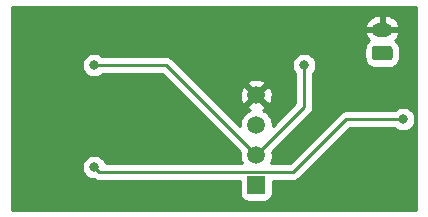
<source format=gbl>
G04 #@! TF.GenerationSoftware,KiCad,Pcbnew,5.1.2-f72e74a~84~ubuntu18.10.1*
G04 #@! TF.CreationDate,2019-07-18T21:48:07+02:00*
G04 #@! TF.ProjectId,esp12-dht22,65737031-322d-4646-9874-32322e6b6963,rev?*
G04 #@! TF.SameCoordinates,PX4129270PY6f2f610*
G04 #@! TF.FileFunction,Copper,L2,Bot*
G04 #@! TF.FilePolarity,Positive*
%FSLAX46Y46*%
G04 Gerber Fmt 4.6, Leading zero omitted, Abs format (unit mm)*
G04 Created by KiCad (PCBNEW 5.1.2-f72e74a~84~ubuntu18.10.1) date 2019-07-18 21:48:07*
%MOMM*%
%LPD*%
G04 APERTURE LIST*
%ADD10R,1.500000X1.500000*%
%ADD11C,1.500000*%
%ADD12C,0.100000*%
%ADD13C,1.200000*%
%ADD14O,1.750000X1.200000*%
%ADD15C,0.800000*%
%ADD16C,0.250000*%
%ADD17C,0.254000*%
G04 APERTURE END LIST*
D10*
X28702000Y2794000D03*
D11*
X28702000Y5334000D03*
X28702000Y7874000D03*
X28702000Y10414000D03*
D12*
G36*
X40019505Y14568796D02*
G01*
X40043773Y14565196D01*
X40067572Y14559235D01*
X40090671Y14550970D01*
X40112850Y14540480D01*
X40133893Y14527868D01*
X40153599Y14513253D01*
X40171777Y14496777D01*
X40188253Y14478599D01*
X40202868Y14458893D01*
X40215480Y14437850D01*
X40225970Y14415671D01*
X40234235Y14392572D01*
X40240196Y14368773D01*
X40243796Y14344505D01*
X40245000Y14320001D01*
X40245000Y13619999D01*
X40243796Y13595495D01*
X40240196Y13571227D01*
X40234235Y13547428D01*
X40225970Y13524329D01*
X40215480Y13502150D01*
X40202868Y13481107D01*
X40188253Y13461401D01*
X40171777Y13443223D01*
X40153599Y13426747D01*
X40133893Y13412132D01*
X40112850Y13399520D01*
X40090671Y13389030D01*
X40067572Y13380765D01*
X40043773Y13374804D01*
X40019505Y13371204D01*
X39995001Y13370000D01*
X38744999Y13370000D01*
X38720495Y13371204D01*
X38696227Y13374804D01*
X38672428Y13380765D01*
X38649329Y13389030D01*
X38627150Y13399520D01*
X38606107Y13412132D01*
X38586401Y13426747D01*
X38568223Y13443223D01*
X38551747Y13461401D01*
X38537132Y13481107D01*
X38524520Y13502150D01*
X38514030Y13524329D01*
X38505765Y13547428D01*
X38499804Y13571227D01*
X38496204Y13595495D01*
X38495000Y13619999D01*
X38495000Y14320001D01*
X38496204Y14344505D01*
X38499804Y14368773D01*
X38505765Y14392572D01*
X38514030Y14415671D01*
X38524520Y14437850D01*
X38537132Y14458893D01*
X38551747Y14478599D01*
X38568223Y14496777D01*
X38586401Y14513253D01*
X38606107Y14527868D01*
X38627150Y14540480D01*
X38649329Y14550970D01*
X38672428Y14559235D01*
X38696227Y14565196D01*
X38720495Y14568796D01*
X38744999Y14570000D01*
X39995001Y14570000D01*
X40019505Y14568796D01*
X40019505Y14568796D01*
G37*
D13*
X39370000Y13970000D03*
D14*
X39370000Y15970000D03*
D15*
X37604000Y6350000D03*
X34798000Y10922000D03*
X25146000Y16002000D03*
X14986000Y4318000D03*
X41148000Y8382000D03*
X14986000Y12954000D03*
X32766000Y12954000D03*
D16*
X36322000Y8382000D02*
X39878000Y8382000D01*
X31858001Y3918001D02*
X36322000Y8382000D01*
X15385999Y3918001D02*
X31858001Y3918001D01*
X14986000Y4318000D02*
X15385999Y3918001D01*
X39878000Y8382000D02*
X41402000Y8382000D01*
X32766000Y9398000D02*
X32766000Y12954000D01*
X28702000Y5334000D02*
X32766000Y9398000D01*
X21082000Y12954000D02*
X28702000Y5334000D01*
X14986000Y12954000D02*
X21082000Y12954000D01*
D17*
G36*
X42266001Y660000D02*
G01*
X8001000Y660000D01*
X8001000Y13055939D01*
X13951000Y13055939D01*
X13951000Y12852061D01*
X13990774Y12652102D01*
X14068795Y12463744D01*
X14182063Y12294226D01*
X14326226Y12150063D01*
X14495744Y12036795D01*
X14684102Y11958774D01*
X14884061Y11919000D01*
X15087939Y11919000D01*
X15287898Y11958774D01*
X15476256Y12036795D01*
X15645774Y12150063D01*
X15689711Y12194000D01*
X20767199Y12194000D01*
X27345833Y5615365D01*
X27317000Y5470411D01*
X27317000Y5197589D01*
X27370225Y4930011D01*
X27474611Y4678001D01*
X15957159Y4678001D01*
X15903205Y4808256D01*
X15789937Y4977774D01*
X15645774Y5121937D01*
X15476256Y5235205D01*
X15287898Y5313226D01*
X15087939Y5353000D01*
X14884061Y5353000D01*
X14684102Y5313226D01*
X14495744Y5235205D01*
X14326226Y5121937D01*
X14182063Y4977774D01*
X14068795Y4808256D01*
X13990774Y4619898D01*
X13951000Y4419939D01*
X13951000Y4216061D01*
X13990774Y4016102D01*
X14068795Y3827744D01*
X14182063Y3658226D01*
X14326226Y3514063D01*
X14495744Y3400795D01*
X14684102Y3322774D01*
X14884061Y3283000D01*
X14961774Y3283000D01*
X15093752Y3212455D01*
X15237013Y3168998D01*
X15348666Y3158001D01*
X15348676Y3158001D01*
X15385998Y3154325D01*
X15423321Y3158001D01*
X27313928Y3158001D01*
X27313928Y2044000D01*
X27326188Y1919518D01*
X27362498Y1799820D01*
X27421463Y1689506D01*
X27500815Y1592815D01*
X27597506Y1513463D01*
X27707820Y1454498D01*
X27827518Y1418188D01*
X27952000Y1405928D01*
X29452000Y1405928D01*
X29576482Y1418188D01*
X29696180Y1454498D01*
X29806494Y1513463D01*
X29903185Y1592815D01*
X29982537Y1689506D01*
X30041502Y1799820D01*
X30077812Y1919518D01*
X30090072Y2044000D01*
X30090072Y3158001D01*
X31820679Y3158001D01*
X31858001Y3154325D01*
X31895323Y3158001D01*
X31895334Y3158001D01*
X32006987Y3168998D01*
X32150248Y3212455D01*
X32282277Y3283027D01*
X32398002Y3378000D01*
X32421805Y3407004D01*
X36636802Y7622000D01*
X40444289Y7622000D01*
X40488226Y7578063D01*
X40657744Y7464795D01*
X40846102Y7386774D01*
X41046061Y7347000D01*
X41249939Y7347000D01*
X41449898Y7386774D01*
X41638256Y7464795D01*
X41807774Y7578063D01*
X41951937Y7722226D01*
X42065205Y7891744D01*
X42143226Y8080102D01*
X42183000Y8280061D01*
X42183000Y8483939D01*
X42143226Y8683898D01*
X42065205Y8872256D01*
X41951937Y9041774D01*
X41807774Y9185937D01*
X41638256Y9299205D01*
X41449898Y9377226D01*
X41249939Y9417000D01*
X41046061Y9417000D01*
X40846102Y9377226D01*
X40657744Y9299205D01*
X40488226Y9185937D01*
X40444289Y9142000D01*
X36359323Y9142000D01*
X36322000Y9145676D01*
X36284677Y9142000D01*
X36284667Y9142000D01*
X36173014Y9131003D01*
X36029753Y9087546D01*
X35897723Y9016974D01*
X35845022Y8973723D01*
X35781999Y8922001D01*
X35758201Y8893003D01*
X31543200Y4678001D01*
X29929389Y4678001D01*
X30033775Y4930011D01*
X30087000Y5197589D01*
X30087000Y5470411D01*
X30058167Y5615365D01*
X33277004Y8834202D01*
X33306001Y8857999D01*
X33378057Y8945799D01*
X33400974Y8973723D01*
X33471546Y9105753D01*
X33483656Y9145676D01*
X33515003Y9249014D01*
X33526000Y9360667D01*
X33526000Y9360677D01*
X33529676Y9398000D01*
X33526000Y9435323D01*
X33526000Y12250289D01*
X33569937Y12294226D01*
X33683205Y12463744D01*
X33761226Y12652102D01*
X33801000Y12852061D01*
X33801000Y13055939D01*
X33761226Y13255898D01*
X33683205Y13444256D01*
X33569937Y13613774D01*
X33425774Y13757937D01*
X33256256Y13871205D01*
X33067898Y13949226D01*
X32867939Y13989000D01*
X32664061Y13989000D01*
X32464102Y13949226D01*
X32275744Y13871205D01*
X32106226Y13757937D01*
X31962063Y13613774D01*
X31848795Y13444256D01*
X31770774Y13255898D01*
X31731000Y13055939D01*
X31731000Y12852061D01*
X31770774Y12652102D01*
X31848795Y12463744D01*
X31962063Y12294226D01*
X32006001Y12250288D01*
X32006000Y9712802D01*
X30087000Y7793801D01*
X30087000Y8010411D01*
X30033775Y8277989D01*
X29929371Y8530043D01*
X29777799Y8756886D01*
X29584886Y8949799D01*
X29358043Y9101371D01*
X29258721Y9142511D01*
X29300832Y9157723D01*
X29413863Y9218140D01*
X29479388Y9457007D01*
X28702000Y10234395D01*
X27924612Y9457007D01*
X27990137Y9218140D01*
X28148477Y9143836D01*
X28045957Y9101371D01*
X27819114Y8949799D01*
X27626201Y8756886D01*
X27474629Y8530043D01*
X27370225Y8277989D01*
X27317000Y8010411D01*
X27317000Y7793802D01*
X24769294Y10341508D01*
X27312188Y10341508D01*
X27353035Y10071762D01*
X27445723Y9815168D01*
X27506140Y9702137D01*
X27745007Y9636612D01*
X28522395Y10414000D01*
X28881605Y10414000D01*
X29658993Y9636612D01*
X29897860Y9702137D01*
X30013760Y9949116D01*
X30079250Y10213960D01*
X30091812Y10486492D01*
X30050965Y10756238D01*
X29958277Y11012832D01*
X29897860Y11125863D01*
X29658993Y11191388D01*
X28881605Y10414000D01*
X28522395Y10414000D01*
X27745007Y11191388D01*
X27506140Y11125863D01*
X27390240Y10878884D01*
X27324750Y10614040D01*
X27312188Y10341508D01*
X24769294Y10341508D01*
X23739809Y11370993D01*
X27924612Y11370993D01*
X28702000Y10593605D01*
X29479388Y11370993D01*
X29413863Y11609860D01*
X29166884Y11725760D01*
X28902040Y11791250D01*
X28629508Y11803812D01*
X28359762Y11762965D01*
X28103168Y11670277D01*
X27990137Y11609860D01*
X27924612Y11370993D01*
X23739809Y11370993D01*
X21645804Y13464997D01*
X21622001Y13494001D01*
X21506276Y13588974D01*
X21374247Y13659546D01*
X21230986Y13703003D01*
X21119333Y13714000D01*
X21119322Y13714000D01*
X21082000Y13717676D01*
X21044678Y13714000D01*
X15689711Y13714000D01*
X15645774Y13757937D01*
X15476256Y13871205D01*
X15287898Y13949226D01*
X15087939Y13989000D01*
X14884061Y13989000D01*
X14684102Y13949226D01*
X14495744Y13871205D01*
X14326226Y13757937D01*
X14182063Y13613774D01*
X14068795Y13444256D01*
X13990774Y13255898D01*
X13951000Y13055939D01*
X8001000Y13055939D01*
X8001000Y14320001D01*
X37856928Y14320001D01*
X37856928Y13619999D01*
X37873992Y13446745D01*
X37924528Y13280149D01*
X38006595Y13126613D01*
X38117038Y12992038D01*
X38251613Y12881595D01*
X38405149Y12799528D01*
X38571745Y12748992D01*
X38744999Y12731928D01*
X39995001Y12731928D01*
X40168255Y12748992D01*
X40334851Y12799528D01*
X40488387Y12881595D01*
X40622962Y12992038D01*
X40733405Y13126613D01*
X40815472Y13280149D01*
X40866008Y13446745D01*
X40883072Y13619999D01*
X40883072Y14320001D01*
X40866008Y14493255D01*
X40815472Y14659851D01*
X40733405Y14813387D01*
X40622962Y14947962D01*
X40488387Y15058405D01*
X40483594Y15060967D01*
X40608078Y15186526D01*
X40742421Y15389467D01*
X40834591Y15614718D01*
X40838462Y15652391D01*
X40713731Y15843000D01*
X39497000Y15843000D01*
X39497000Y15823000D01*
X39243000Y15823000D01*
X39243000Y15843000D01*
X38026269Y15843000D01*
X37901538Y15652391D01*
X37905409Y15614718D01*
X37997579Y15389467D01*
X38131922Y15186526D01*
X38256406Y15060967D01*
X38251613Y15058405D01*
X38117038Y14947962D01*
X38006595Y14813387D01*
X37924528Y14659851D01*
X37873992Y14493255D01*
X37856928Y14320001D01*
X8001000Y14320001D01*
X8001000Y16287609D01*
X37901538Y16287609D01*
X38026269Y16097000D01*
X39243000Y16097000D01*
X39243000Y17205000D01*
X39497000Y17205000D01*
X39497000Y16097000D01*
X40713731Y16097000D01*
X40838462Y16287609D01*
X40834591Y16325282D01*
X40742421Y16550533D01*
X40608078Y16753474D01*
X40436725Y16926307D01*
X40234946Y17062390D01*
X40010496Y17156493D01*
X39772000Y17205000D01*
X39497000Y17205000D01*
X39243000Y17205000D01*
X38968000Y17205000D01*
X38729504Y17156493D01*
X38505054Y17062390D01*
X38303275Y16926307D01*
X38131922Y16753474D01*
X37997579Y16550533D01*
X37905409Y16325282D01*
X37901538Y16287609D01*
X8001000Y16287609D01*
X8001000Y17882000D01*
X42266000Y17882000D01*
X42266001Y660000D01*
X42266001Y660000D01*
G37*
X42266001Y660000D02*
X8001000Y660000D01*
X8001000Y13055939D01*
X13951000Y13055939D01*
X13951000Y12852061D01*
X13990774Y12652102D01*
X14068795Y12463744D01*
X14182063Y12294226D01*
X14326226Y12150063D01*
X14495744Y12036795D01*
X14684102Y11958774D01*
X14884061Y11919000D01*
X15087939Y11919000D01*
X15287898Y11958774D01*
X15476256Y12036795D01*
X15645774Y12150063D01*
X15689711Y12194000D01*
X20767199Y12194000D01*
X27345833Y5615365D01*
X27317000Y5470411D01*
X27317000Y5197589D01*
X27370225Y4930011D01*
X27474611Y4678001D01*
X15957159Y4678001D01*
X15903205Y4808256D01*
X15789937Y4977774D01*
X15645774Y5121937D01*
X15476256Y5235205D01*
X15287898Y5313226D01*
X15087939Y5353000D01*
X14884061Y5353000D01*
X14684102Y5313226D01*
X14495744Y5235205D01*
X14326226Y5121937D01*
X14182063Y4977774D01*
X14068795Y4808256D01*
X13990774Y4619898D01*
X13951000Y4419939D01*
X13951000Y4216061D01*
X13990774Y4016102D01*
X14068795Y3827744D01*
X14182063Y3658226D01*
X14326226Y3514063D01*
X14495744Y3400795D01*
X14684102Y3322774D01*
X14884061Y3283000D01*
X14961774Y3283000D01*
X15093752Y3212455D01*
X15237013Y3168998D01*
X15348666Y3158001D01*
X15348676Y3158001D01*
X15385998Y3154325D01*
X15423321Y3158001D01*
X27313928Y3158001D01*
X27313928Y2044000D01*
X27326188Y1919518D01*
X27362498Y1799820D01*
X27421463Y1689506D01*
X27500815Y1592815D01*
X27597506Y1513463D01*
X27707820Y1454498D01*
X27827518Y1418188D01*
X27952000Y1405928D01*
X29452000Y1405928D01*
X29576482Y1418188D01*
X29696180Y1454498D01*
X29806494Y1513463D01*
X29903185Y1592815D01*
X29982537Y1689506D01*
X30041502Y1799820D01*
X30077812Y1919518D01*
X30090072Y2044000D01*
X30090072Y3158001D01*
X31820679Y3158001D01*
X31858001Y3154325D01*
X31895323Y3158001D01*
X31895334Y3158001D01*
X32006987Y3168998D01*
X32150248Y3212455D01*
X32282277Y3283027D01*
X32398002Y3378000D01*
X32421805Y3407004D01*
X36636802Y7622000D01*
X40444289Y7622000D01*
X40488226Y7578063D01*
X40657744Y7464795D01*
X40846102Y7386774D01*
X41046061Y7347000D01*
X41249939Y7347000D01*
X41449898Y7386774D01*
X41638256Y7464795D01*
X41807774Y7578063D01*
X41951937Y7722226D01*
X42065205Y7891744D01*
X42143226Y8080102D01*
X42183000Y8280061D01*
X42183000Y8483939D01*
X42143226Y8683898D01*
X42065205Y8872256D01*
X41951937Y9041774D01*
X41807774Y9185937D01*
X41638256Y9299205D01*
X41449898Y9377226D01*
X41249939Y9417000D01*
X41046061Y9417000D01*
X40846102Y9377226D01*
X40657744Y9299205D01*
X40488226Y9185937D01*
X40444289Y9142000D01*
X36359323Y9142000D01*
X36322000Y9145676D01*
X36284677Y9142000D01*
X36284667Y9142000D01*
X36173014Y9131003D01*
X36029753Y9087546D01*
X35897723Y9016974D01*
X35845022Y8973723D01*
X35781999Y8922001D01*
X35758201Y8893003D01*
X31543200Y4678001D01*
X29929389Y4678001D01*
X30033775Y4930011D01*
X30087000Y5197589D01*
X30087000Y5470411D01*
X30058167Y5615365D01*
X33277004Y8834202D01*
X33306001Y8857999D01*
X33378057Y8945799D01*
X33400974Y8973723D01*
X33471546Y9105753D01*
X33483656Y9145676D01*
X33515003Y9249014D01*
X33526000Y9360667D01*
X33526000Y9360677D01*
X33529676Y9398000D01*
X33526000Y9435323D01*
X33526000Y12250289D01*
X33569937Y12294226D01*
X33683205Y12463744D01*
X33761226Y12652102D01*
X33801000Y12852061D01*
X33801000Y13055939D01*
X33761226Y13255898D01*
X33683205Y13444256D01*
X33569937Y13613774D01*
X33425774Y13757937D01*
X33256256Y13871205D01*
X33067898Y13949226D01*
X32867939Y13989000D01*
X32664061Y13989000D01*
X32464102Y13949226D01*
X32275744Y13871205D01*
X32106226Y13757937D01*
X31962063Y13613774D01*
X31848795Y13444256D01*
X31770774Y13255898D01*
X31731000Y13055939D01*
X31731000Y12852061D01*
X31770774Y12652102D01*
X31848795Y12463744D01*
X31962063Y12294226D01*
X32006001Y12250288D01*
X32006000Y9712802D01*
X30087000Y7793801D01*
X30087000Y8010411D01*
X30033775Y8277989D01*
X29929371Y8530043D01*
X29777799Y8756886D01*
X29584886Y8949799D01*
X29358043Y9101371D01*
X29258721Y9142511D01*
X29300832Y9157723D01*
X29413863Y9218140D01*
X29479388Y9457007D01*
X28702000Y10234395D01*
X27924612Y9457007D01*
X27990137Y9218140D01*
X28148477Y9143836D01*
X28045957Y9101371D01*
X27819114Y8949799D01*
X27626201Y8756886D01*
X27474629Y8530043D01*
X27370225Y8277989D01*
X27317000Y8010411D01*
X27317000Y7793802D01*
X24769294Y10341508D01*
X27312188Y10341508D01*
X27353035Y10071762D01*
X27445723Y9815168D01*
X27506140Y9702137D01*
X27745007Y9636612D01*
X28522395Y10414000D01*
X28881605Y10414000D01*
X29658993Y9636612D01*
X29897860Y9702137D01*
X30013760Y9949116D01*
X30079250Y10213960D01*
X30091812Y10486492D01*
X30050965Y10756238D01*
X29958277Y11012832D01*
X29897860Y11125863D01*
X29658993Y11191388D01*
X28881605Y10414000D01*
X28522395Y10414000D01*
X27745007Y11191388D01*
X27506140Y11125863D01*
X27390240Y10878884D01*
X27324750Y10614040D01*
X27312188Y10341508D01*
X24769294Y10341508D01*
X23739809Y11370993D01*
X27924612Y11370993D01*
X28702000Y10593605D01*
X29479388Y11370993D01*
X29413863Y11609860D01*
X29166884Y11725760D01*
X28902040Y11791250D01*
X28629508Y11803812D01*
X28359762Y11762965D01*
X28103168Y11670277D01*
X27990137Y11609860D01*
X27924612Y11370993D01*
X23739809Y11370993D01*
X21645804Y13464997D01*
X21622001Y13494001D01*
X21506276Y13588974D01*
X21374247Y13659546D01*
X21230986Y13703003D01*
X21119333Y13714000D01*
X21119322Y13714000D01*
X21082000Y13717676D01*
X21044678Y13714000D01*
X15689711Y13714000D01*
X15645774Y13757937D01*
X15476256Y13871205D01*
X15287898Y13949226D01*
X15087939Y13989000D01*
X14884061Y13989000D01*
X14684102Y13949226D01*
X14495744Y13871205D01*
X14326226Y13757937D01*
X14182063Y13613774D01*
X14068795Y13444256D01*
X13990774Y13255898D01*
X13951000Y13055939D01*
X8001000Y13055939D01*
X8001000Y14320001D01*
X37856928Y14320001D01*
X37856928Y13619999D01*
X37873992Y13446745D01*
X37924528Y13280149D01*
X38006595Y13126613D01*
X38117038Y12992038D01*
X38251613Y12881595D01*
X38405149Y12799528D01*
X38571745Y12748992D01*
X38744999Y12731928D01*
X39995001Y12731928D01*
X40168255Y12748992D01*
X40334851Y12799528D01*
X40488387Y12881595D01*
X40622962Y12992038D01*
X40733405Y13126613D01*
X40815472Y13280149D01*
X40866008Y13446745D01*
X40883072Y13619999D01*
X40883072Y14320001D01*
X40866008Y14493255D01*
X40815472Y14659851D01*
X40733405Y14813387D01*
X40622962Y14947962D01*
X40488387Y15058405D01*
X40483594Y15060967D01*
X40608078Y15186526D01*
X40742421Y15389467D01*
X40834591Y15614718D01*
X40838462Y15652391D01*
X40713731Y15843000D01*
X39497000Y15843000D01*
X39497000Y15823000D01*
X39243000Y15823000D01*
X39243000Y15843000D01*
X38026269Y15843000D01*
X37901538Y15652391D01*
X37905409Y15614718D01*
X37997579Y15389467D01*
X38131922Y15186526D01*
X38256406Y15060967D01*
X38251613Y15058405D01*
X38117038Y14947962D01*
X38006595Y14813387D01*
X37924528Y14659851D01*
X37873992Y14493255D01*
X37856928Y14320001D01*
X8001000Y14320001D01*
X8001000Y16287609D01*
X37901538Y16287609D01*
X38026269Y16097000D01*
X39243000Y16097000D01*
X39243000Y17205000D01*
X39497000Y17205000D01*
X39497000Y16097000D01*
X40713731Y16097000D01*
X40838462Y16287609D01*
X40834591Y16325282D01*
X40742421Y16550533D01*
X40608078Y16753474D01*
X40436725Y16926307D01*
X40234946Y17062390D01*
X40010496Y17156493D01*
X39772000Y17205000D01*
X39497000Y17205000D01*
X39243000Y17205000D01*
X38968000Y17205000D01*
X38729504Y17156493D01*
X38505054Y17062390D01*
X38303275Y16926307D01*
X38131922Y16753474D01*
X37997579Y16550533D01*
X37905409Y16325282D01*
X37901538Y16287609D01*
X8001000Y16287609D01*
X8001000Y17882000D01*
X42266000Y17882000D01*
X42266001Y660000D01*
M02*

</source>
